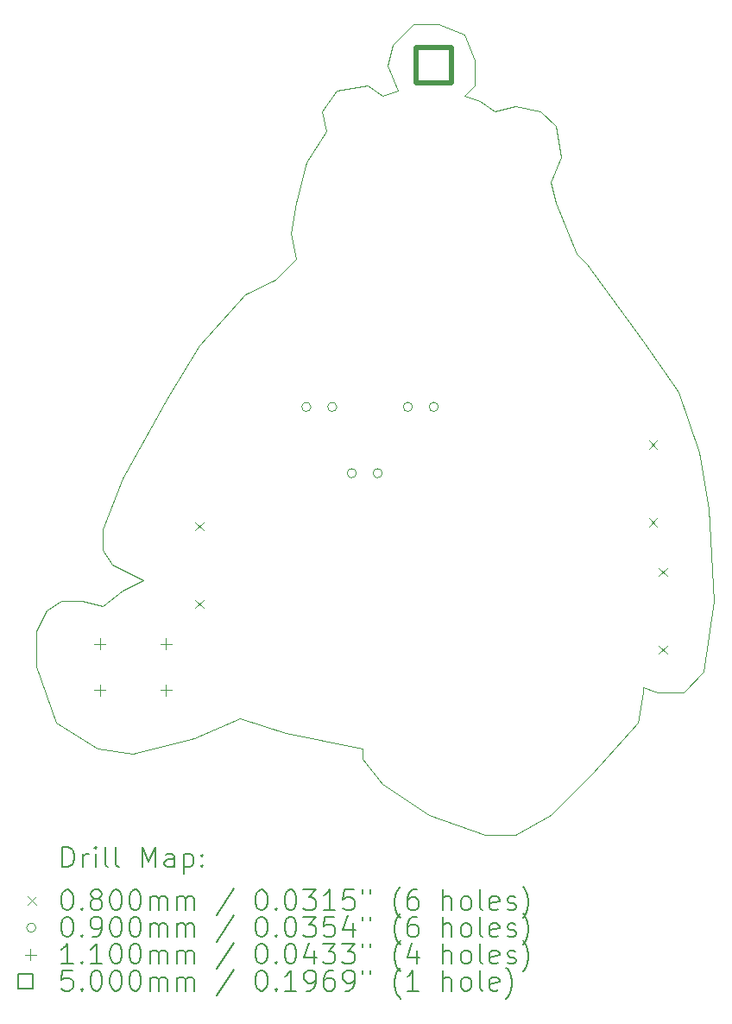
<source format=gbr>
%TF.GenerationSoftware,KiCad,Pcbnew,8.0.6*%
%TF.CreationDate,2025-05-21T14:19:44-04:00*%
%TF.ProjectId,DJUNGELSKOG Keychain,444a554e-4745-44c5-934b-4f47204b6579,rev?*%
%TF.SameCoordinates,Original*%
%TF.FileFunction,Drillmap*%
%TF.FilePolarity,Positive*%
%FSLAX45Y45*%
G04 Gerber Fmt 4.5, Leading zero omitted, Abs format (unit mm)*
G04 Created by KiCad (PCBNEW 8.0.6) date 2025-05-21 14:19:44*
%MOMM*%
%LPD*%
G01*
G04 APERTURE LIST*
%ADD10C,0.050000*%
%ADD11C,0.200000*%
%ADD12C,0.100000*%
%ADD13C,0.110000*%
%ADD14C,0.500000*%
G04 APERTURE END LIST*
D10*
X14900000Y-5850000D02*
X15000000Y-6100000D01*
X15000000Y-6350000D01*
X14900000Y-6450000D01*
X15050000Y-6500000D01*
X15200000Y-6600000D01*
X15400000Y-6550000D01*
X15650000Y-6600000D01*
X15800000Y-6750000D01*
X15850000Y-7050000D01*
X15750000Y-7300000D01*
X15800000Y-7500000D01*
X16000000Y-8000000D01*
X16100000Y-8100000D01*
X16650000Y-8850000D01*
X17000000Y-9350000D01*
X17200000Y-9950000D01*
X17300000Y-10500000D01*
X17350000Y-11400000D01*
X17250000Y-12100000D01*
X17050000Y-12300000D01*
X16800000Y-12300000D01*
X16650000Y-12250000D01*
X16650000Y-12300000D01*
X16600000Y-12600000D01*
X16150000Y-13100000D01*
X15750000Y-13500000D01*
X15400000Y-13700000D01*
X15100000Y-13700000D01*
X14550000Y-13500000D01*
X14100000Y-13200000D01*
X13900000Y-12950000D01*
X13900000Y-12850000D01*
X13150000Y-12700000D01*
X12700000Y-12550000D01*
X12250000Y-12750000D01*
X11650000Y-12900000D01*
X11300000Y-12850000D01*
X10900000Y-12600000D01*
X10700000Y-12050000D01*
X10700000Y-11700000D01*
X10800000Y-11500000D01*
X10950000Y-11400000D01*
X11150000Y-11400000D01*
X11350000Y-11450000D01*
X11550000Y-11300000D01*
X11750000Y-11200000D01*
X11450000Y-11050000D01*
X11350000Y-10900000D01*
X11350000Y-10700000D01*
X11550000Y-10200000D01*
X12000000Y-9400000D01*
X12300000Y-8900000D01*
X12750000Y-8400000D01*
X13050000Y-8250000D01*
X13250000Y-8050000D01*
X13200000Y-7800000D01*
X13250000Y-7500000D01*
X13350000Y-7100000D01*
X13550000Y-6800000D01*
X13500000Y-6600000D01*
X13650000Y-6400000D01*
X13950000Y-6350000D01*
X14100000Y-6450000D01*
X14250000Y-6400000D01*
X14150000Y-6150000D01*
X14200000Y-5950000D01*
X14400000Y-5750000D01*
X14650000Y-5750000D01*
X14900000Y-5850000D01*
D11*
D12*
X12260000Y-10629000D02*
X12340000Y-10709000D01*
X12340000Y-10629000D02*
X12260000Y-10709000D01*
X12260000Y-11391000D02*
X12340000Y-11471000D01*
X12340000Y-11391000D02*
X12260000Y-11471000D01*
X16710000Y-9829000D02*
X16790000Y-9909000D01*
X16790000Y-9829000D02*
X16710000Y-9909000D01*
X16710000Y-10591000D02*
X16790000Y-10671000D01*
X16790000Y-10591000D02*
X16710000Y-10671000D01*
X16810000Y-11079000D02*
X16890000Y-11159000D01*
X16890000Y-11079000D02*
X16810000Y-11159000D01*
X16810000Y-11841000D02*
X16890000Y-11921000D01*
X16890000Y-11841000D02*
X16810000Y-11921000D01*
X13395000Y-9500000D02*
G75*
G02*
X13305000Y-9500000I-45000J0D01*
G01*
X13305000Y-9500000D02*
G75*
G02*
X13395000Y-9500000I45000J0D01*
G01*
X13649000Y-9500000D02*
G75*
G02*
X13559000Y-9500000I-45000J0D01*
G01*
X13559000Y-9500000D02*
G75*
G02*
X13649000Y-9500000I45000J0D01*
G01*
X13841000Y-10150000D02*
G75*
G02*
X13751000Y-10150000I-45000J0D01*
G01*
X13751000Y-10150000D02*
G75*
G02*
X13841000Y-10150000I45000J0D01*
G01*
X14095000Y-10150000D02*
G75*
G02*
X14005000Y-10150000I-45000J0D01*
G01*
X14005000Y-10150000D02*
G75*
G02*
X14095000Y-10150000I45000J0D01*
G01*
X14391000Y-9500000D02*
G75*
G02*
X14301000Y-9500000I-45000J0D01*
G01*
X14301000Y-9500000D02*
G75*
G02*
X14391000Y-9500000I45000J0D01*
G01*
X14645000Y-9500000D02*
G75*
G02*
X14555000Y-9500000I-45000J0D01*
G01*
X14555000Y-9500000D02*
G75*
G02*
X14645000Y-9500000I45000J0D01*
G01*
D13*
X11325000Y-11770000D02*
X11325000Y-11880000D01*
X11270000Y-11825000D02*
X11380000Y-11825000D01*
X11325000Y-12220000D02*
X11325000Y-12330000D01*
X11270000Y-12275000D02*
X11380000Y-12275000D01*
X11975000Y-11770000D02*
X11975000Y-11880000D01*
X11920000Y-11825000D02*
X12030000Y-11825000D01*
X11975000Y-12220000D02*
X11975000Y-12330000D01*
X11920000Y-12275000D02*
X12030000Y-12275000D01*
D14*
X14776778Y-6326778D02*
X14776778Y-5973222D01*
X14423222Y-5973222D01*
X14423222Y-6326778D01*
X14776778Y-6326778D01*
D11*
X10958277Y-14013984D02*
X10958277Y-13813984D01*
X10958277Y-13813984D02*
X11005896Y-13813984D01*
X11005896Y-13813984D02*
X11034467Y-13823508D01*
X11034467Y-13823508D02*
X11053515Y-13842555D01*
X11053515Y-13842555D02*
X11063039Y-13861603D01*
X11063039Y-13861603D02*
X11072563Y-13899698D01*
X11072563Y-13899698D02*
X11072563Y-13928269D01*
X11072563Y-13928269D02*
X11063039Y-13966365D01*
X11063039Y-13966365D02*
X11053515Y-13985412D01*
X11053515Y-13985412D02*
X11034467Y-14004460D01*
X11034467Y-14004460D02*
X11005896Y-14013984D01*
X11005896Y-14013984D02*
X10958277Y-14013984D01*
X11158277Y-14013984D02*
X11158277Y-13880650D01*
X11158277Y-13918746D02*
X11167801Y-13899698D01*
X11167801Y-13899698D02*
X11177324Y-13890174D01*
X11177324Y-13890174D02*
X11196372Y-13880650D01*
X11196372Y-13880650D02*
X11215420Y-13880650D01*
X11282086Y-14013984D02*
X11282086Y-13880650D01*
X11282086Y-13813984D02*
X11272562Y-13823508D01*
X11272562Y-13823508D02*
X11282086Y-13833031D01*
X11282086Y-13833031D02*
X11291610Y-13823508D01*
X11291610Y-13823508D02*
X11282086Y-13813984D01*
X11282086Y-13813984D02*
X11282086Y-13833031D01*
X11405896Y-14013984D02*
X11386848Y-14004460D01*
X11386848Y-14004460D02*
X11377324Y-13985412D01*
X11377324Y-13985412D02*
X11377324Y-13813984D01*
X11510658Y-14013984D02*
X11491610Y-14004460D01*
X11491610Y-14004460D02*
X11482086Y-13985412D01*
X11482086Y-13985412D02*
X11482086Y-13813984D01*
X11739229Y-14013984D02*
X11739229Y-13813984D01*
X11739229Y-13813984D02*
X11805896Y-13956841D01*
X11805896Y-13956841D02*
X11872562Y-13813984D01*
X11872562Y-13813984D02*
X11872562Y-14013984D01*
X12053515Y-14013984D02*
X12053515Y-13909222D01*
X12053515Y-13909222D02*
X12043991Y-13890174D01*
X12043991Y-13890174D02*
X12024943Y-13880650D01*
X12024943Y-13880650D02*
X11986848Y-13880650D01*
X11986848Y-13880650D02*
X11967801Y-13890174D01*
X12053515Y-14004460D02*
X12034467Y-14013984D01*
X12034467Y-14013984D02*
X11986848Y-14013984D01*
X11986848Y-14013984D02*
X11967801Y-14004460D01*
X11967801Y-14004460D02*
X11958277Y-13985412D01*
X11958277Y-13985412D02*
X11958277Y-13966365D01*
X11958277Y-13966365D02*
X11967801Y-13947317D01*
X11967801Y-13947317D02*
X11986848Y-13937793D01*
X11986848Y-13937793D02*
X12034467Y-13937793D01*
X12034467Y-13937793D02*
X12053515Y-13928269D01*
X12148753Y-13880650D02*
X12148753Y-14080650D01*
X12148753Y-13890174D02*
X12167801Y-13880650D01*
X12167801Y-13880650D02*
X12205896Y-13880650D01*
X12205896Y-13880650D02*
X12224943Y-13890174D01*
X12224943Y-13890174D02*
X12234467Y-13899698D01*
X12234467Y-13899698D02*
X12243991Y-13918746D01*
X12243991Y-13918746D02*
X12243991Y-13975888D01*
X12243991Y-13975888D02*
X12234467Y-13994936D01*
X12234467Y-13994936D02*
X12224943Y-14004460D01*
X12224943Y-14004460D02*
X12205896Y-14013984D01*
X12205896Y-14013984D02*
X12167801Y-14013984D01*
X12167801Y-14013984D02*
X12148753Y-14004460D01*
X12329705Y-13994936D02*
X12339229Y-14004460D01*
X12339229Y-14004460D02*
X12329705Y-14013984D01*
X12329705Y-14013984D02*
X12320182Y-14004460D01*
X12320182Y-14004460D02*
X12329705Y-13994936D01*
X12329705Y-13994936D02*
X12329705Y-14013984D01*
X12329705Y-13890174D02*
X12339229Y-13899698D01*
X12339229Y-13899698D02*
X12329705Y-13909222D01*
X12329705Y-13909222D02*
X12320182Y-13899698D01*
X12320182Y-13899698D02*
X12329705Y-13890174D01*
X12329705Y-13890174D02*
X12329705Y-13909222D01*
D12*
X10617500Y-14302500D02*
X10697500Y-14382500D01*
X10697500Y-14302500D02*
X10617500Y-14382500D01*
D11*
X10996372Y-14233984D02*
X11015420Y-14233984D01*
X11015420Y-14233984D02*
X11034467Y-14243508D01*
X11034467Y-14243508D02*
X11043991Y-14253031D01*
X11043991Y-14253031D02*
X11053515Y-14272079D01*
X11053515Y-14272079D02*
X11063039Y-14310174D01*
X11063039Y-14310174D02*
X11063039Y-14357793D01*
X11063039Y-14357793D02*
X11053515Y-14395888D01*
X11053515Y-14395888D02*
X11043991Y-14414936D01*
X11043991Y-14414936D02*
X11034467Y-14424460D01*
X11034467Y-14424460D02*
X11015420Y-14433984D01*
X11015420Y-14433984D02*
X10996372Y-14433984D01*
X10996372Y-14433984D02*
X10977324Y-14424460D01*
X10977324Y-14424460D02*
X10967801Y-14414936D01*
X10967801Y-14414936D02*
X10958277Y-14395888D01*
X10958277Y-14395888D02*
X10948753Y-14357793D01*
X10948753Y-14357793D02*
X10948753Y-14310174D01*
X10948753Y-14310174D02*
X10958277Y-14272079D01*
X10958277Y-14272079D02*
X10967801Y-14253031D01*
X10967801Y-14253031D02*
X10977324Y-14243508D01*
X10977324Y-14243508D02*
X10996372Y-14233984D01*
X11148753Y-14414936D02*
X11158277Y-14424460D01*
X11158277Y-14424460D02*
X11148753Y-14433984D01*
X11148753Y-14433984D02*
X11139229Y-14424460D01*
X11139229Y-14424460D02*
X11148753Y-14414936D01*
X11148753Y-14414936D02*
X11148753Y-14433984D01*
X11272562Y-14319698D02*
X11253515Y-14310174D01*
X11253515Y-14310174D02*
X11243991Y-14300650D01*
X11243991Y-14300650D02*
X11234467Y-14281603D01*
X11234467Y-14281603D02*
X11234467Y-14272079D01*
X11234467Y-14272079D02*
X11243991Y-14253031D01*
X11243991Y-14253031D02*
X11253515Y-14243508D01*
X11253515Y-14243508D02*
X11272562Y-14233984D01*
X11272562Y-14233984D02*
X11310658Y-14233984D01*
X11310658Y-14233984D02*
X11329705Y-14243508D01*
X11329705Y-14243508D02*
X11339229Y-14253031D01*
X11339229Y-14253031D02*
X11348753Y-14272079D01*
X11348753Y-14272079D02*
X11348753Y-14281603D01*
X11348753Y-14281603D02*
X11339229Y-14300650D01*
X11339229Y-14300650D02*
X11329705Y-14310174D01*
X11329705Y-14310174D02*
X11310658Y-14319698D01*
X11310658Y-14319698D02*
X11272562Y-14319698D01*
X11272562Y-14319698D02*
X11253515Y-14329222D01*
X11253515Y-14329222D02*
X11243991Y-14338746D01*
X11243991Y-14338746D02*
X11234467Y-14357793D01*
X11234467Y-14357793D02*
X11234467Y-14395888D01*
X11234467Y-14395888D02*
X11243991Y-14414936D01*
X11243991Y-14414936D02*
X11253515Y-14424460D01*
X11253515Y-14424460D02*
X11272562Y-14433984D01*
X11272562Y-14433984D02*
X11310658Y-14433984D01*
X11310658Y-14433984D02*
X11329705Y-14424460D01*
X11329705Y-14424460D02*
X11339229Y-14414936D01*
X11339229Y-14414936D02*
X11348753Y-14395888D01*
X11348753Y-14395888D02*
X11348753Y-14357793D01*
X11348753Y-14357793D02*
X11339229Y-14338746D01*
X11339229Y-14338746D02*
X11329705Y-14329222D01*
X11329705Y-14329222D02*
X11310658Y-14319698D01*
X11472562Y-14233984D02*
X11491610Y-14233984D01*
X11491610Y-14233984D02*
X11510658Y-14243508D01*
X11510658Y-14243508D02*
X11520182Y-14253031D01*
X11520182Y-14253031D02*
X11529705Y-14272079D01*
X11529705Y-14272079D02*
X11539229Y-14310174D01*
X11539229Y-14310174D02*
X11539229Y-14357793D01*
X11539229Y-14357793D02*
X11529705Y-14395888D01*
X11529705Y-14395888D02*
X11520182Y-14414936D01*
X11520182Y-14414936D02*
X11510658Y-14424460D01*
X11510658Y-14424460D02*
X11491610Y-14433984D01*
X11491610Y-14433984D02*
X11472562Y-14433984D01*
X11472562Y-14433984D02*
X11453515Y-14424460D01*
X11453515Y-14424460D02*
X11443991Y-14414936D01*
X11443991Y-14414936D02*
X11434467Y-14395888D01*
X11434467Y-14395888D02*
X11424943Y-14357793D01*
X11424943Y-14357793D02*
X11424943Y-14310174D01*
X11424943Y-14310174D02*
X11434467Y-14272079D01*
X11434467Y-14272079D02*
X11443991Y-14253031D01*
X11443991Y-14253031D02*
X11453515Y-14243508D01*
X11453515Y-14243508D02*
X11472562Y-14233984D01*
X11663039Y-14233984D02*
X11682086Y-14233984D01*
X11682086Y-14233984D02*
X11701134Y-14243508D01*
X11701134Y-14243508D02*
X11710658Y-14253031D01*
X11710658Y-14253031D02*
X11720182Y-14272079D01*
X11720182Y-14272079D02*
X11729705Y-14310174D01*
X11729705Y-14310174D02*
X11729705Y-14357793D01*
X11729705Y-14357793D02*
X11720182Y-14395888D01*
X11720182Y-14395888D02*
X11710658Y-14414936D01*
X11710658Y-14414936D02*
X11701134Y-14424460D01*
X11701134Y-14424460D02*
X11682086Y-14433984D01*
X11682086Y-14433984D02*
X11663039Y-14433984D01*
X11663039Y-14433984D02*
X11643991Y-14424460D01*
X11643991Y-14424460D02*
X11634467Y-14414936D01*
X11634467Y-14414936D02*
X11624943Y-14395888D01*
X11624943Y-14395888D02*
X11615420Y-14357793D01*
X11615420Y-14357793D02*
X11615420Y-14310174D01*
X11615420Y-14310174D02*
X11624943Y-14272079D01*
X11624943Y-14272079D02*
X11634467Y-14253031D01*
X11634467Y-14253031D02*
X11643991Y-14243508D01*
X11643991Y-14243508D02*
X11663039Y-14233984D01*
X11815420Y-14433984D02*
X11815420Y-14300650D01*
X11815420Y-14319698D02*
X11824943Y-14310174D01*
X11824943Y-14310174D02*
X11843991Y-14300650D01*
X11843991Y-14300650D02*
X11872563Y-14300650D01*
X11872563Y-14300650D02*
X11891610Y-14310174D01*
X11891610Y-14310174D02*
X11901134Y-14329222D01*
X11901134Y-14329222D02*
X11901134Y-14433984D01*
X11901134Y-14329222D02*
X11910658Y-14310174D01*
X11910658Y-14310174D02*
X11929705Y-14300650D01*
X11929705Y-14300650D02*
X11958277Y-14300650D01*
X11958277Y-14300650D02*
X11977324Y-14310174D01*
X11977324Y-14310174D02*
X11986848Y-14329222D01*
X11986848Y-14329222D02*
X11986848Y-14433984D01*
X12082086Y-14433984D02*
X12082086Y-14300650D01*
X12082086Y-14319698D02*
X12091610Y-14310174D01*
X12091610Y-14310174D02*
X12110658Y-14300650D01*
X12110658Y-14300650D02*
X12139229Y-14300650D01*
X12139229Y-14300650D02*
X12158277Y-14310174D01*
X12158277Y-14310174D02*
X12167801Y-14329222D01*
X12167801Y-14329222D02*
X12167801Y-14433984D01*
X12167801Y-14329222D02*
X12177324Y-14310174D01*
X12177324Y-14310174D02*
X12196372Y-14300650D01*
X12196372Y-14300650D02*
X12224943Y-14300650D01*
X12224943Y-14300650D02*
X12243991Y-14310174D01*
X12243991Y-14310174D02*
X12253515Y-14329222D01*
X12253515Y-14329222D02*
X12253515Y-14433984D01*
X12643991Y-14224460D02*
X12472563Y-14481603D01*
X12901134Y-14233984D02*
X12920182Y-14233984D01*
X12920182Y-14233984D02*
X12939229Y-14243508D01*
X12939229Y-14243508D02*
X12948753Y-14253031D01*
X12948753Y-14253031D02*
X12958277Y-14272079D01*
X12958277Y-14272079D02*
X12967801Y-14310174D01*
X12967801Y-14310174D02*
X12967801Y-14357793D01*
X12967801Y-14357793D02*
X12958277Y-14395888D01*
X12958277Y-14395888D02*
X12948753Y-14414936D01*
X12948753Y-14414936D02*
X12939229Y-14424460D01*
X12939229Y-14424460D02*
X12920182Y-14433984D01*
X12920182Y-14433984D02*
X12901134Y-14433984D01*
X12901134Y-14433984D02*
X12882086Y-14424460D01*
X12882086Y-14424460D02*
X12872563Y-14414936D01*
X12872563Y-14414936D02*
X12863039Y-14395888D01*
X12863039Y-14395888D02*
X12853515Y-14357793D01*
X12853515Y-14357793D02*
X12853515Y-14310174D01*
X12853515Y-14310174D02*
X12863039Y-14272079D01*
X12863039Y-14272079D02*
X12872563Y-14253031D01*
X12872563Y-14253031D02*
X12882086Y-14243508D01*
X12882086Y-14243508D02*
X12901134Y-14233984D01*
X13053515Y-14414936D02*
X13063039Y-14424460D01*
X13063039Y-14424460D02*
X13053515Y-14433984D01*
X13053515Y-14433984D02*
X13043991Y-14424460D01*
X13043991Y-14424460D02*
X13053515Y-14414936D01*
X13053515Y-14414936D02*
X13053515Y-14433984D01*
X13186848Y-14233984D02*
X13205896Y-14233984D01*
X13205896Y-14233984D02*
X13224944Y-14243508D01*
X13224944Y-14243508D02*
X13234467Y-14253031D01*
X13234467Y-14253031D02*
X13243991Y-14272079D01*
X13243991Y-14272079D02*
X13253515Y-14310174D01*
X13253515Y-14310174D02*
X13253515Y-14357793D01*
X13253515Y-14357793D02*
X13243991Y-14395888D01*
X13243991Y-14395888D02*
X13234467Y-14414936D01*
X13234467Y-14414936D02*
X13224944Y-14424460D01*
X13224944Y-14424460D02*
X13205896Y-14433984D01*
X13205896Y-14433984D02*
X13186848Y-14433984D01*
X13186848Y-14433984D02*
X13167801Y-14424460D01*
X13167801Y-14424460D02*
X13158277Y-14414936D01*
X13158277Y-14414936D02*
X13148753Y-14395888D01*
X13148753Y-14395888D02*
X13139229Y-14357793D01*
X13139229Y-14357793D02*
X13139229Y-14310174D01*
X13139229Y-14310174D02*
X13148753Y-14272079D01*
X13148753Y-14272079D02*
X13158277Y-14253031D01*
X13158277Y-14253031D02*
X13167801Y-14243508D01*
X13167801Y-14243508D02*
X13186848Y-14233984D01*
X13320182Y-14233984D02*
X13443991Y-14233984D01*
X13443991Y-14233984D02*
X13377325Y-14310174D01*
X13377325Y-14310174D02*
X13405896Y-14310174D01*
X13405896Y-14310174D02*
X13424944Y-14319698D01*
X13424944Y-14319698D02*
X13434467Y-14329222D01*
X13434467Y-14329222D02*
X13443991Y-14348269D01*
X13443991Y-14348269D02*
X13443991Y-14395888D01*
X13443991Y-14395888D02*
X13434467Y-14414936D01*
X13434467Y-14414936D02*
X13424944Y-14424460D01*
X13424944Y-14424460D02*
X13405896Y-14433984D01*
X13405896Y-14433984D02*
X13348753Y-14433984D01*
X13348753Y-14433984D02*
X13329706Y-14424460D01*
X13329706Y-14424460D02*
X13320182Y-14414936D01*
X13634467Y-14433984D02*
X13520182Y-14433984D01*
X13577325Y-14433984D02*
X13577325Y-14233984D01*
X13577325Y-14233984D02*
X13558277Y-14262555D01*
X13558277Y-14262555D02*
X13539229Y-14281603D01*
X13539229Y-14281603D02*
X13520182Y-14291127D01*
X13815420Y-14233984D02*
X13720182Y-14233984D01*
X13720182Y-14233984D02*
X13710658Y-14329222D01*
X13710658Y-14329222D02*
X13720182Y-14319698D01*
X13720182Y-14319698D02*
X13739229Y-14310174D01*
X13739229Y-14310174D02*
X13786848Y-14310174D01*
X13786848Y-14310174D02*
X13805896Y-14319698D01*
X13805896Y-14319698D02*
X13815420Y-14329222D01*
X13815420Y-14329222D02*
X13824944Y-14348269D01*
X13824944Y-14348269D02*
X13824944Y-14395888D01*
X13824944Y-14395888D02*
X13815420Y-14414936D01*
X13815420Y-14414936D02*
X13805896Y-14424460D01*
X13805896Y-14424460D02*
X13786848Y-14433984D01*
X13786848Y-14433984D02*
X13739229Y-14433984D01*
X13739229Y-14433984D02*
X13720182Y-14424460D01*
X13720182Y-14424460D02*
X13710658Y-14414936D01*
X13901134Y-14233984D02*
X13901134Y-14272079D01*
X13977325Y-14233984D02*
X13977325Y-14272079D01*
X14272563Y-14510174D02*
X14263039Y-14500650D01*
X14263039Y-14500650D02*
X14243991Y-14472079D01*
X14243991Y-14472079D02*
X14234468Y-14453031D01*
X14234468Y-14453031D02*
X14224944Y-14424460D01*
X14224944Y-14424460D02*
X14215420Y-14376841D01*
X14215420Y-14376841D02*
X14215420Y-14338746D01*
X14215420Y-14338746D02*
X14224944Y-14291127D01*
X14224944Y-14291127D02*
X14234468Y-14262555D01*
X14234468Y-14262555D02*
X14243991Y-14243508D01*
X14243991Y-14243508D02*
X14263039Y-14214936D01*
X14263039Y-14214936D02*
X14272563Y-14205412D01*
X14434468Y-14233984D02*
X14396372Y-14233984D01*
X14396372Y-14233984D02*
X14377325Y-14243508D01*
X14377325Y-14243508D02*
X14367801Y-14253031D01*
X14367801Y-14253031D02*
X14348753Y-14281603D01*
X14348753Y-14281603D02*
X14339229Y-14319698D01*
X14339229Y-14319698D02*
X14339229Y-14395888D01*
X14339229Y-14395888D02*
X14348753Y-14414936D01*
X14348753Y-14414936D02*
X14358277Y-14424460D01*
X14358277Y-14424460D02*
X14377325Y-14433984D01*
X14377325Y-14433984D02*
X14415420Y-14433984D01*
X14415420Y-14433984D02*
X14434468Y-14424460D01*
X14434468Y-14424460D02*
X14443991Y-14414936D01*
X14443991Y-14414936D02*
X14453515Y-14395888D01*
X14453515Y-14395888D02*
X14453515Y-14348269D01*
X14453515Y-14348269D02*
X14443991Y-14329222D01*
X14443991Y-14329222D02*
X14434468Y-14319698D01*
X14434468Y-14319698D02*
X14415420Y-14310174D01*
X14415420Y-14310174D02*
X14377325Y-14310174D01*
X14377325Y-14310174D02*
X14358277Y-14319698D01*
X14358277Y-14319698D02*
X14348753Y-14329222D01*
X14348753Y-14329222D02*
X14339229Y-14348269D01*
X14691610Y-14433984D02*
X14691610Y-14233984D01*
X14777325Y-14433984D02*
X14777325Y-14329222D01*
X14777325Y-14329222D02*
X14767801Y-14310174D01*
X14767801Y-14310174D02*
X14748753Y-14300650D01*
X14748753Y-14300650D02*
X14720182Y-14300650D01*
X14720182Y-14300650D02*
X14701134Y-14310174D01*
X14701134Y-14310174D02*
X14691610Y-14319698D01*
X14901134Y-14433984D02*
X14882087Y-14424460D01*
X14882087Y-14424460D02*
X14872563Y-14414936D01*
X14872563Y-14414936D02*
X14863039Y-14395888D01*
X14863039Y-14395888D02*
X14863039Y-14338746D01*
X14863039Y-14338746D02*
X14872563Y-14319698D01*
X14872563Y-14319698D02*
X14882087Y-14310174D01*
X14882087Y-14310174D02*
X14901134Y-14300650D01*
X14901134Y-14300650D02*
X14929706Y-14300650D01*
X14929706Y-14300650D02*
X14948753Y-14310174D01*
X14948753Y-14310174D02*
X14958277Y-14319698D01*
X14958277Y-14319698D02*
X14967801Y-14338746D01*
X14967801Y-14338746D02*
X14967801Y-14395888D01*
X14967801Y-14395888D02*
X14958277Y-14414936D01*
X14958277Y-14414936D02*
X14948753Y-14424460D01*
X14948753Y-14424460D02*
X14929706Y-14433984D01*
X14929706Y-14433984D02*
X14901134Y-14433984D01*
X15082087Y-14433984D02*
X15063039Y-14424460D01*
X15063039Y-14424460D02*
X15053515Y-14405412D01*
X15053515Y-14405412D02*
X15053515Y-14233984D01*
X15234468Y-14424460D02*
X15215420Y-14433984D01*
X15215420Y-14433984D02*
X15177325Y-14433984D01*
X15177325Y-14433984D02*
X15158277Y-14424460D01*
X15158277Y-14424460D02*
X15148753Y-14405412D01*
X15148753Y-14405412D02*
X15148753Y-14329222D01*
X15148753Y-14329222D02*
X15158277Y-14310174D01*
X15158277Y-14310174D02*
X15177325Y-14300650D01*
X15177325Y-14300650D02*
X15215420Y-14300650D01*
X15215420Y-14300650D02*
X15234468Y-14310174D01*
X15234468Y-14310174D02*
X15243991Y-14329222D01*
X15243991Y-14329222D02*
X15243991Y-14348269D01*
X15243991Y-14348269D02*
X15148753Y-14367317D01*
X15320182Y-14424460D02*
X15339230Y-14433984D01*
X15339230Y-14433984D02*
X15377325Y-14433984D01*
X15377325Y-14433984D02*
X15396372Y-14424460D01*
X15396372Y-14424460D02*
X15405896Y-14405412D01*
X15405896Y-14405412D02*
X15405896Y-14395888D01*
X15405896Y-14395888D02*
X15396372Y-14376841D01*
X15396372Y-14376841D02*
X15377325Y-14367317D01*
X15377325Y-14367317D02*
X15348753Y-14367317D01*
X15348753Y-14367317D02*
X15329706Y-14357793D01*
X15329706Y-14357793D02*
X15320182Y-14338746D01*
X15320182Y-14338746D02*
X15320182Y-14329222D01*
X15320182Y-14329222D02*
X15329706Y-14310174D01*
X15329706Y-14310174D02*
X15348753Y-14300650D01*
X15348753Y-14300650D02*
X15377325Y-14300650D01*
X15377325Y-14300650D02*
X15396372Y-14310174D01*
X15472563Y-14510174D02*
X15482087Y-14500650D01*
X15482087Y-14500650D02*
X15501134Y-14472079D01*
X15501134Y-14472079D02*
X15510658Y-14453031D01*
X15510658Y-14453031D02*
X15520182Y-14424460D01*
X15520182Y-14424460D02*
X15529706Y-14376841D01*
X15529706Y-14376841D02*
X15529706Y-14338746D01*
X15529706Y-14338746D02*
X15520182Y-14291127D01*
X15520182Y-14291127D02*
X15510658Y-14262555D01*
X15510658Y-14262555D02*
X15501134Y-14243508D01*
X15501134Y-14243508D02*
X15482087Y-14214936D01*
X15482087Y-14214936D02*
X15472563Y-14205412D01*
D12*
X10697500Y-14606500D02*
G75*
G02*
X10607500Y-14606500I-45000J0D01*
G01*
X10607500Y-14606500D02*
G75*
G02*
X10697500Y-14606500I45000J0D01*
G01*
D11*
X10996372Y-14497984D02*
X11015420Y-14497984D01*
X11015420Y-14497984D02*
X11034467Y-14507508D01*
X11034467Y-14507508D02*
X11043991Y-14517031D01*
X11043991Y-14517031D02*
X11053515Y-14536079D01*
X11053515Y-14536079D02*
X11063039Y-14574174D01*
X11063039Y-14574174D02*
X11063039Y-14621793D01*
X11063039Y-14621793D02*
X11053515Y-14659888D01*
X11053515Y-14659888D02*
X11043991Y-14678936D01*
X11043991Y-14678936D02*
X11034467Y-14688460D01*
X11034467Y-14688460D02*
X11015420Y-14697984D01*
X11015420Y-14697984D02*
X10996372Y-14697984D01*
X10996372Y-14697984D02*
X10977324Y-14688460D01*
X10977324Y-14688460D02*
X10967801Y-14678936D01*
X10967801Y-14678936D02*
X10958277Y-14659888D01*
X10958277Y-14659888D02*
X10948753Y-14621793D01*
X10948753Y-14621793D02*
X10948753Y-14574174D01*
X10948753Y-14574174D02*
X10958277Y-14536079D01*
X10958277Y-14536079D02*
X10967801Y-14517031D01*
X10967801Y-14517031D02*
X10977324Y-14507508D01*
X10977324Y-14507508D02*
X10996372Y-14497984D01*
X11148753Y-14678936D02*
X11158277Y-14688460D01*
X11158277Y-14688460D02*
X11148753Y-14697984D01*
X11148753Y-14697984D02*
X11139229Y-14688460D01*
X11139229Y-14688460D02*
X11148753Y-14678936D01*
X11148753Y-14678936D02*
X11148753Y-14697984D01*
X11253515Y-14697984D02*
X11291610Y-14697984D01*
X11291610Y-14697984D02*
X11310658Y-14688460D01*
X11310658Y-14688460D02*
X11320182Y-14678936D01*
X11320182Y-14678936D02*
X11339229Y-14650365D01*
X11339229Y-14650365D02*
X11348753Y-14612269D01*
X11348753Y-14612269D02*
X11348753Y-14536079D01*
X11348753Y-14536079D02*
X11339229Y-14517031D01*
X11339229Y-14517031D02*
X11329705Y-14507508D01*
X11329705Y-14507508D02*
X11310658Y-14497984D01*
X11310658Y-14497984D02*
X11272562Y-14497984D01*
X11272562Y-14497984D02*
X11253515Y-14507508D01*
X11253515Y-14507508D02*
X11243991Y-14517031D01*
X11243991Y-14517031D02*
X11234467Y-14536079D01*
X11234467Y-14536079D02*
X11234467Y-14583698D01*
X11234467Y-14583698D02*
X11243991Y-14602746D01*
X11243991Y-14602746D02*
X11253515Y-14612269D01*
X11253515Y-14612269D02*
X11272562Y-14621793D01*
X11272562Y-14621793D02*
X11310658Y-14621793D01*
X11310658Y-14621793D02*
X11329705Y-14612269D01*
X11329705Y-14612269D02*
X11339229Y-14602746D01*
X11339229Y-14602746D02*
X11348753Y-14583698D01*
X11472562Y-14497984D02*
X11491610Y-14497984D01*
X11491610Y-14497984D02*
X11510658Y-14507508D01*
X11510658Y-14507508D02*
X11520182Y-14517031D01*
X11520182Y-14517031D02*
X11529705Y-14536079D01*
X11529705Y-14536079D02*
X11539229Y-14574174D01*
X11539229Y-14574174D02*
X11539229Y-14621793D01*
X11539229Y-14621793D02*
X11529705Y-14659888D01*
X11529705Y-14659888D02*
X11520182Y-14678936D01*
X11520182Y-14678936D02*
X11510658Y-14688460D01*
X11510658Y-14688460D02*
X11491610Y-14697984D01*
X11491610Y-14697984D02*
X11472562Y-14697984D01*
X11472562Y-14697984D02*
X11453515Y-14688460D01*
X11453515Y-14688460D02*
X11443991Y-14678936D01*
X11443991Y-14678936D02*
X11434467Y-14659888D01*
X11434467Y-14659888D02*
X11424943Y-14621793D01*
X11424943Y-14621793D02*
X11424943Y-14574174D01*
X11424943Y-14574174D02*
X11434467Y-14536079D01*
X11434467Y-14536079D02*
X11443991Y-14517031D01*
X11443991Y-14517031D02*
X11453515Y-14507508D01*
X11453515Y-14507508D02*
X11472562Y-14497984D01*
X11663039Y-14497984D02*
X11682086Y-14497984D01*
X11682086Y-14497984D02*
X11701134Y-14507508D01*
X11701134Y-14507508D02*
X11710658Y-14517031D01*
X11710658Y-14517031D02*
X11720182Y-14536079D01*
X11720182Y-14536079D02*
X11729705Y-14574174D01*
X11729705Y-14574174D02*
X11729705Y-14621793D01*
X11729705Y-14621793D02*
X11720182Y-14659888D01*
X11720182Y-14659888D02*
X11710658Y-14678936D01*
X11710658Y-14678936D02*
X11701134Y-14688460D01*
X11701134Y-14688460D02*
X11682086Y-14697984D01*
X11682086Y-14697984D02*
X11663039Y-14697984D01*
X11663039Y-14697984D02*
X11643991Y-14688460D01*
X11643991Y-14688460D02*
X11634467Y-14678936D01*
X11634467Y-14678936D02*
X11624943Y-14659888D01*
X11624943Y-14659888D02*
X11615420Y-14621793D01*
X11615420Y-14621793D02*
X11615420Y-14574174D01*
X11615420Y-14574174D02*
X11624943Y-14536079D01*
X11624943Y-14536079D02*
X11634467Y-14517031D01*
X11634467Y-14517031D02*
X11643991Y-14507508D01*
X11643991Y-14507508D02*
X11663039Y-14497984D01*
X11815420Y-14697984D02*
X11815420Y-14564650D01*
X11815420Y-14583698D02*
X11824943Y-14574174D01*
X11824943Y-14574174D02*
X11843991Y-14564650D01*
X11843991Y-14564650D02*
X11872563Y-14564650D01*
X11872563Y-14564650D02*
X11891610Y-14574174D01*
X11891610Y-14574174D02*
X11901134Y-14593222D01*
X11901134Y-14593222D02*
X11901134Y-14697984D01*
X11901134Y-14593222D02*
X11910658Y-14574174D01*
X11910658Y-14574174D02*
X11929705Y-14564650D01*
X11929705Y-14564650D02*
X11958277Y-14564650D01*
X11958277Y-14564650D02*
X11977324Y-14574174D01*
X11977324Y-14574174D02*
X11986848Y-14593222D01*
X11986848Y-14593222D02*
X11986848Y-14697984D01*
X12082086Y-14697984D02*
X12082086Y-14564650D01*
X12082086Y-14583698D02*
X12091610Y-14574174D01*
X12091610Y-14574174D02*
X12110658Y-14564650D01*
X12110658Y-14564650D02*
X12139229Y-14564650D01*
X12139229Y-14564650D02*
X12158277Y-14574174D01*
X12158277Y-14574174D02*
X12167801Y-14593222D01*
X12167801Y-14593222D02*
X12167801Y-14697984D01*
X12167801Y-14593222D02*
X12177324Y-14574174D01*
X12177324Y-14574174D02*
X12196372Y-14564650D01*
X12196372Y-14564650D02*
X12224943Y-14564650D01*
X12224943Y-14564650D02*
X12243991Y-14574174D01*
X12243991Y-14574174D02*
X12253515Y-14593222D01*
X12253515Y-14593222D02*
X12253515Y-14697984D01*
X12643991Y-14488460D02*
X12472563Y-14745603D01*
X12901134Y-14497984D02*
X12920182Y-14497984D01*
X12920182Y-14497984D02*
X12939229Y-14507508D01*
X12939229Y-14507508D02*
X12948753Y-14517031D01*
X12948753Y-14517031D02*
X12958277Y-14536079D01*
X12958277Y-14536079D02*
X12967801Y-14574174D01*
X12967801Y-14574174D02*
X12967801Y-14621793D01*
X12967801Y-14621793D02*
X12958277Y-14659888D01*
X12958277Y-14659888D02*
X12948753Y-14678936D01*
X12948753Y-14678936D02*
X12939229Y-14688460D01*
X12939229Y-14688460D02*
X12920182Y-14697984D01*
X12920182Y-14697984D02*
X12901134Y-14697984D01*
X12901134Y-14697984D02*
X12882086Y-14688460D01*
X12882086Y-14688460D02*
X12872563Y-14678936D01*
X12872563Y-14678936D02*
X12863039Y-14659888D01*
X12863039Y-14659888D02*
X12853515Y-14621793D01*
X12853515Y-14621793D02*
X12853515Y-14574174D01*
X12853515Y-14574174D02*
X12863039Y-14536079D01*
X12863039Y-14536079D02*
X12872563Y-14517031D01*
X12872563Y-14517031D02*
X12882086Y-14507508D01*
X12882086Y-14507508D02*
X12901134Y-14497984D01*
X13053515Y-14678936D02*
X13063039Y-14688460D01*
X13063039Y-14688460D02*
X13053515Y-14697984D01*
X13053515Y-14697984D02*
X13043991Y-14688460D01*
X13043991Y-14688460D02*
X13053515Y-14678936D01*
X13053515Y-14678936D02*
X13053515Y-14697984D01*
X13186848Y-14497984D02*
X13205896Y-14497984D01*
X13205896Y-14497984D02*
X13224944Y-14507508D01*
X13224944Y-14507508D02*
X13234467Y-14517031D01*
X13234467Y-14517031D02*
X13243991Y-14536079D01*
X13243991Y-14536079D02*
X13253515Y-14574174D01*
X13253515Y-14574174D02*
X13253515Y-14621793D01*
X13253515Y-14621793D02*
X13243991Y-14659888D01*
X13243991Y-14659888D02*
X13234467Y-14678936D01*
X13234467Y-14678936D02*
X13224944Y-14688460D01*
X13224944Y-14688460D02*
X13205896Y-14697984D01*
X13205896Y-14697984D02*
X13186848Y-14697984D01*
X13186848Y-14697984D02*
X13167801Y-14688460D01*
X13167801Y-14688460D02*
X13158277Y-14678936D01*
X13158277Y-14678936D02*
X13148753Y-14659888D01*
X13148753Y-14659888D02*
X13139229Y-14621793D01*
X13139229Y-14621793D02*
X13139229Y-14574174D01*
X13139229Y-14574174D02*
X13148753Y-14536079D01*
X13148753Y-14536079D02*
X13158277Y-14517031D01*
X13158277Y-14517031D02*
X13167801Y-14507508D01*
X13167801Y-14507508D02*
X13186848Y-14497984D01*
X13320182Y-14497984D02*
X13443991Y-14497984D01*
X13443991Y-14497984D02*
X13377325Y-14574174D01*
X13377325Y-14574174D02*
X13405896Y-14574174D01*
X13405896Y-14574174D02*
X13424944Y-14583698D01*
X13424944Y-14583698D02*
X13434467Y-14593222D01*
X13434467Y-14593222D02*
X13443991Y-14612269D01*
X13443991Y-14612269D02*
X13443991Y-14659888D01*
X13443991Y-14659888D02*
X13434467Y-14678936D01*
X13434467Y-14678936D02*
X13424944Y-14688460D01*
X13424944Y-14688460D02*
X13405896Y-14697984D01*
X13405896Y-14697984D02*
X13348753Y-14697984D01*
X13348753Y-14697984D02*
X13329706Y-14688460D01*
X13329706Y-14688460D02*
X13320182Y-14678936D01*
X13624944Y-14497984D02*
X13529706Y-14497984D01*
X13529706Y-14497984D02*
X13520182Y-14593222D01*
X13520182Y-14593222D02*
X13529706Y-14583698D01*
X13529706Y-14583698D02*
X13548753Y-14574174D01*
X13548753Y-14574174D02*
X13596372Y-14574174D01*
X13596372Y-14574174D02*
X13615420Y-14583698D01*
X13615420Y-14583698D02*
X13624944Y-14593222D01*
X13624944Y-14593222D02*
X13634467Y-14612269D01*
X13634467Y-14612269D02*
X13634467Y-14659888D01*
X13634467Y-14659888D02*
X13624944Y-14678936D01*
X13624944Y-14678936D02*
X13615420Y-14688460D01*
X13615420Y-14688460D02*
X13596372Y-14697984D01*
X13596372Y-14697984D02*
X13548753Y-14697984D01*
X13548753Y-14697984D02*
X13529706Y-14688460D01*
X13529706Y-14688460D02*
X13520182Y-14678936D01*
X13805896Y-14564650D02*
X13805896Y-14697984D01*
X13758277Y-14488460D02*
X13710658Y-14631317D01*
X13710658Y-14631317D02*
X13834467Y-14631317D01*
X13901134Y-14497984D02*
X13901134Y-14536079D01*
X13977325Y-14497984D02*
X13977325Y-14536079D01*
X14272563Y-14774174D02*
X14263039Y-14764650D01*
X14263039Y-14764650D02*
X14243991Y-14736079D01*
X14243991Y-14736079D02*
X14234468Y-14717031D01*
X14234468Y-14717031D02*
X14224944Y-14688460D01*
X14224944Y-14688460D02*
X14215420Y-14640841D01*
X14215420Y-14640841D02*
X14215420Y-14602746D01*
X14215420Y-14602746D02*
X14224944Y-14555127D01*
X14224944Y-14555127D02*
X14234468Y-14526555D01*
X14234468Y-14526555D02*
X14243991Y-14507508D01*
X14243991Y-14507508D02*
X14263039Y-14478936D01*
X14263039Y-14478936D02*
X14272563Y-14469412D01*
X14434468Y-14497984D02*
X14396372Y-14497984D01*
X14396372Y-14497984D02*
X14377325Y-14507508D01*
X14377325Y-14507508D02*
X14367801Y-14517031D01*
X14367801Y-14517031D02*
X14348753Y-14545603D01*
X14348753Y-14545603D02*
X14339229Y-14583698D01*
X14339229Y-14583698D02*
X14339229Y-14659888D01*
X14339229Y-14659888D02*
X14348753Y-14678936D01*
X14348753Y-14678936D02*
X14358277Y-14688460D01*
X14358277Y-14688460D02*
X14377325Y-14697984D01*
X14377325Y-14697984D02*
X14415420Y-14697984D01*
X14415420Y-14697984D02*
X14434468Y-14688460D01*
X14434468Y-14688460D02*
X14443991Y-14678936D01*
X14443991Y-14678936D02*
X14453515Y-14659888D01*
X14453515Y-14659888D02*
X14453515Y-14612269D01*
X14453515Y-14612269D02*
X14443991Y-14593222D01*
X14443991Y-14593222D02*
X14434468Y-14583698D01*
X14434468Y-14583698D02*
X14415420Y-14574174D01*
X14415420Y-14574174D02*
X14377325Y-14574174D01*
X14377325Y-14574174D02*
X14358277Y-14583698D01*
X14358277Y-14583698D02*
X14348753Y-14593222D01*
X14348753Y-14593222D02*
X14339229Y-14612269D01*
X14691610Y-14697984D02*
X14691610Y-14497984D01*
X14777325Y-14697984D02*
X14777325Y-14593222D01*
X14777325Y-14593222D02*
X14767801Y-14574174D01*
X14767801Y-14574174D02*
X14748753Y-14564650D01*
X14748753Y-14564650D02*
X14720182Y-14564650D01*
X14720182Y-14564650D02*
X14701134Y-14574174D01*
X14701134Y-14574174D02*
X14691610Y-14583698D01*
X14901134Y-14697984D02*
X14882087Y-14688460D01*
X14882087Y-14688460D02*
X14872563Y-14678936D01*
X14872563Y-14678936D02*
X14863039Y-14659888D01*
X14863039Y-14659888D02*
X14863039Y-14602746D01*
X14863039Y-14602746D02*
X14872563Y-14583698D01*
X14872563Y-14583698D02*
X14882087Y-14574174D01*
X14882087Y-14574174D02*
X14901134Y-14564650D01*
X14901134Y-14564650D02*
X14929706Y-14564650D01*
X14929706Y-14564650D02*
X14948753Y-14574174D01*
X14948753Y-14574174D02*
X14958277Y-14583698D01*
X14958277Y-14583698D02*
X14967801Y-14602746D01*
X14967801Y-14602746D02*
X14967801Y-14659888D01*
X14967801Y-14659888D02*
X14958277Y-14678936D01*
X14958277Y-14678936D02*
X14948753Y-14688460D01*
X14948753Y-14688460D02*
X14929706Y-14697984D01*
X14929706Y-14697984D02*
X14901134Y-14697984D01*
X15082087Y-14697984D02*
X15063039Y-14688460D01*
X15063039Y-14688460D02*
X15053515Y-14669412D01*
X15053515Y-14669412D02*
X15053515Y-14497984D01*
X15234468Y-14688460D02*
X15215420Y-14697984D01*
X15215420Y-14697984D02*
X15177325Y-14697984D01*
X15177325Y-14697984D02*
X15158277Y-14688460D01*
X15158277Y-14688460D02*
X15148753Y-14669412D01*
X15148753Y-14669412D02*
X15148753Y-14593222D01*
X15148753Y-14593222D02*
X15158277Y-14574174D01*
X15158277Y-14574174D02*
X15177325Y-14564650D01*
X15177325Y-14564650D02*
X15215420Y-14564650D01*
X15215420Y-14564650D02*
X15234468Y-14574174D01*
X15234468Y-14574174D02*
X15243991Y-14593222D01*
X15243991Y-14593222D02*
X15243991Y-14612269D01*
X15243991Y-14612269D02*
X15148753Y-14631317D01*
X15320182Y-14688460D02*
X15339230Y-14697984D01*
X15339230Y-14697984D02*
X15377325Y-14697984D01*
X15377325Y-14697984D02*
X15396372Y-14688460D01*
X15396372Y-14688460D02*
X15405896Y-14669412D01*
X15405896Y-14669412D02*
X15405896Y-14659888D01*
X15405896Y-14659888D02*
X15396372Y-14640841D01*
X15396372Y-14640841D02*
X15377325Y-14631317D01*
X15377325Y-14631317D02*
X15348753Y-14631317D01*
X15348753Y-14631317D02*
X15329706Y-14621793D01*
X15329706Y-14621793D02*
X15320182Y-14602746D01*
X15320182Y-14602746D02*
X15320182Y-14593222D01*
X15320182Y-14593222D02*
X15329706Y-14574174D01*
X15329706Y-14574174D02*
X15348753Y-14564650D01*
X15348753Y-14564650D02*
X15377325Y-14564650D01*
X15377325Y-14564650D02*
X15396372Y-14574174D01*
X15472563Y-14774174D02*
X15482087Y-14764650D01*
X15482087Y-14764650D02*
X15501134Y-14736079D01*
X15501134Y-14736079D02*
X15510658Y-14717031D01*
X15510658Y-14717031D02*
X15520182Y-14688460D01*
X15520182Y-14688460D02*
X15529706Y-14640841D01*
X15529706Y-14640841D02*
X15529706Y-14602746D01*
X15529706Y-14602746D02*
X15520182Y-14555127D01*
X15520182Y-14555127D02*
X15510658Y-14526555D01*
X15510658Y-14526555D02*
X15501134Y-14507508D01*
X15501134Y-14507508D02*
X15482087Y-14478936D01*
X15482087Y-14478936D02*
X15472563Y-14469412D01*
D13*
X10642500Y-14815500D02*
X10642500Y-14925500D01*
X10587500Y-14870500D02*
X10697500Y-14870500D01*
D11*
X11063039Y-14961984D02*
X10948753Y-14961984D01*
X11005896Y-14961984D02*
X11005896Y-14761984D01*
X11005896Y-14761984D02*
X10986848Y-14790555D01*
X10986848Y-14790555D02*
X10967801Y-14809603D01*
X10967801Y-14809603D02*
X10948753Y-14819127D01*
X11148753Y-14942936D02*
X11158277Y-14952460D01*
X11158277Y-14952460D02*
X11148753Y-14961984D01*
X11148753Y-14961984D02*
X11139229Y-14952460D01*
X11139229Y-14952460D02*
X11148753Y-14942936D01*
X11148753Y-14942936D02*
X11148753Y-14961984D01*
X11348753Y-14961984D02*
X11234467Y-14961984D01*
X11291610Y-14961984D02*
X11291610Y-14761984D01*
X11291610Y-14761984D02*
X11272562Y-14790555D01*
X11272562Y-14790555D02*
X11253515Y-14809603D01*
X11253515Y-14809603D02*
X11234467Y-14819127D01*
X11472562Y-14761984D02*
X11491610Y-14761984D01*
X11491610Y-14761984D02*
X11510658Y-14771508D01*
X11510658Y-14771508D02*
X11520182Y-14781031D01*
X11520182Y-14781031D02*
X11529705Y-14800079D01*
X11529705Y-14800079D02*
X11539229Y-14838174D01*
X11539229Y-14838174D02*
X11539229Y-14885793D01*
X11539229Y-14885793D02*
X11529705Y-14923888D01*
X11529705Y-14923888D02*
X11520182Y-14942936D01*
X11520182Y-14942936D02*
X11510658Y-14952460D01*
X11510658Y-14952460D02*
X11491610Y-14961984D01*
X11491610Y-14961984D02*
X11472562Y-14961984D01*
X11472562Y-14961984D02*
X11453515Y-14952460D01*
X11453515Y-14952460D02*
X11443991Y-14942936D01*
X11443991Y-14942936D02*
X11434467Y-14923888D01*
X11434467Y-14923888D02*
X11424943Y-14885793D01*
X11424943Y-14885793D02*
X11424943Y-14838174D01*
X11424943Y-14838174D02*
X11434467Y-14800079D01*
X11434467Y-14800079D02*
X11443991Y-14781031D01*
X11443991Y-14781031D02*
X11453515Y-14771508D01*
X11453515Y-14771508D02*
X11472562Y-14761984D01*
X11663039Y-14761984D02*
X11682086Y-14761984D01*
X11682086Y-14761984D02*
X11701134Y-14771508D01*
X11701134Y-14771508D02*
X11710658Y-14781031D01*
X11710658Y-14781031D02*
X11720182Y-14800079D01*
X11720182Y-14800079D02*
X11729705Y-14838174D01*
X11729705Y-14838174D02*
X11729705Y-14885793D01*
X11729705Y-14885793D02*
X11720182Y-14923888D01*
X11720182Y-14923888D02*
X11710658Y-14942936D01*
X11710658Y-14942936D02*
X11701134Y-14952460D01*
X11701134Y-14952460D02*
X11682086Y-14961984D01*
X11682086Y-14961984D02*
X11663039Y-14961984D01*
X11663039Y-14961984D02*
X11643991Y-14952460D01*
X11643991Y-14952460D02*
X11634467Y-14942936D01*
X11634467Y-14942936D02*
X11624943Y-14923888D01*
X11624943Y-14923888D02*
X11615420Y-14885793D01*
X11615420Y-14885793D02*
X11615420Y-14838174D01*
X11615420Y-14838174D02*
X11624943Y-14800079D01*
X11624943Y-14800079D02*
X11634467Y-14781031D01*
X11634467Y-14781031D02*
X11643991Y-14771508D01*
X11643991Y-14771508D02*
X11663039Y-14761984D01*
X11815420Y-14961984D02*
X11815420Y-14828650D01*
X11815420Y-14847698D02*
X11824943Y-14838174D01*
X11824943Y-14838174D02*
X11843991Y-14828650D01*
X11843991Y-14828650D02*
X11872563Y-14828650D01*
X11872563Y-14828650D02*
X11891610Y-14838174D01*
X11891610Y-14838174D02*
X11901134Y-14857222D01*
X11901134Y-14857222D02*
X11901134Y-14961984D01*
X11901134Y-14857222D02*
X11910658Y-14838174D01*
X11910658Y-14838174D02*
X11929705Y-14828650D01*
X11929705Y-14828650D02*
X11958277Y-14828650D01*
X11958277Y-14828650D02*
X11977324Y-14838174D01*
X11977324Y-14838174D02*
X11986848Y-14857222D01*
X11986848Y-14857222D02*
X11986848Y-14961984D01*
X12082086Y-14961984D02*
X12082086Y-14828650D01*
X12082086Y-14847698D02*
X12091610Y-14838174D01*
X12091610Y-14838174D02*
X12110658Y-14828650D01*
X12110658Y-14828650D02*
X12139229Y-14828650D01*
X12139229Y-14828650D02*
X12158277Y-14838174D01*
X12158277Y-14838174D02*
X12167801Y-14857222D01*
X12167801Y-14857222D02*
X12167801Y-14961984D01*
X12167801Y-14857222D02*
X12177324Y-14838174D01*
X12177324Y-14838174D02*
X12196372Y-14828650D01*
X12196372Y-14828650D02*
X12224943Y-14828650D01*
X12224943Y-14828650D02*
X12243991Y-14838174D01*
X12243991Y-14838174D02*
X12253515Y-14857222D01*
X12253515Y-14857222D02*
X12253515Y-14961984D01*
X12643991Y-14752460D02*
X12472563Y-15009603D01*
X12901134Y-14761984D02*
X12920182Y-14761984D01*
X12920182Y-14761984D02*
X12939229Y-14771508D01*
X12939229Y-14771508D02*
X12948753Y-14781031D01*
X12948753Y-14781031D02*
X12958277Y-14800079D01*
X12958277Y-14800079D02*
X12967801Y-14838174D01*
X12967801Y-14838174D02*
X12967801Y-14885793D01*
X12967801Y-14885793D02*
X12958277Y-14923888D01*
X12958277Y-14923888D02*
X12948753Y-14942936D01*
X12948753Y-14942936D02*
X12939229Y-14952460D01*
X12939229Y-14952460D02*
X12920182Y-14961984D01*
X12920182Y-14961984D02*
X12901134Y-14961984D01*
X12901134Y-14961984D02*
X12882086Y-14952460D01*
X12882086Y-14952460D02*
X12872563Y-14942936D01*
X12872563Y-14942936D02*
X12863039Y-14923888D01*
X12863039Y-14923888D02*
X12853515Y-14885793D01*
X12853515Y-14885793D02*
X12853515Y-14838174D01*
X12853515Y-14838174D02*
X12863039Y-14800079D01*
X12863039Y-14800079D02*
X12872563Y-14781031D01*
X12872563Y-14781031D02*
X12882086Y-14771508D01*
X12882086Y-14771508D02*
X12901134Y-14761984D01*
X13053515Y-14942936D02*
X13063039Y-14952460D01*
X13063039Y-14952460D02*
X13053515Y-14961984D01*
X13053515Y-14961984D02*
X13043991Y-14952460D01*
X13043991Y-14952460D02*
X13053515Y-14942936D01*
X13053515Y-14942936D02*
X13053515Y-14961984D01*
X13186848Y-14761984D02*
X13205896Y-14761984D01*
X13205896Y-14761984D02*
X13224944Y-14771508D01*
X13224944Y-14771508D02*
X13234467Y-14781031D01*
X13234467Y-14781031D02*
X13243991Y-14800079D01*
X13243991Y-14800079D02*
X13253515Y-14838174D01*
X13253515Y-14838174D02*
X13253515Y-14885793D01*
X13253515Y-14885793D02*
X13243991Y-14923888D01*
X13243991Y-14923888D02*
X13234467Y-14942936D01*
X13234467Y-14942936D02*
X13224944Y-14952460D01*
X13224944Y-14952460D02*
X13205896Y-14961984D01*
X13205896Y-14961984D02*
X13186848Y-14961984D01*
X13186848Y-14961984D02*
X13167801Y-14952460D01*
X13167801Y-14952460D02*
X13158277Y-14942936D01*
X13158277Y-14942936D02*
X13148753Y-14923888D01*
X13148753Y-14923888D02*
X13139229Y-14885793D01*
X13139229Y-14885793D02*
X13139229Y-14838174D01*
X13139229Y-14838174D02*
X13148753Y-14800079D01*
X13148753Y-14800079D02*
X13158277Y-14781031D01*
X13158277Y-14781031D02*
X13167801Y-14771508D01*
X13167801Y-14771508D02*
X13186848Y-14761984D01*
X13424944Y-14828650D02*
X13424944Y-14961984D01*
X13377325Y-14752460D02*
X13329706Y-14895317D01*
X13329706Y-14895317D02*
X13453515Y-14895317D01*
X13510658Y-14761984D02*
X13634467Y-14761984D01*
X13634467Y-14761984D02*
X13567801Y-14838174D01*
X13567801Y-14838174D02*
X13596372Y-14838174D01*
X13596372Y-14838174D02*
X13615420Y-14847698D01*
X13615420Y-14847698D02*
X13624944Y-14857222D01*
X13624944Y-14857222D02*
X13634467Y-14876269D01*
X13634467Y-14876269D02*
X13634467Y-14923888D01*
X13634467Y-14923888D02*
X13624944Y-14942936D01*
X13624944Y-14942936D02*
X13615420Y-14952460D01*
X13615420Y-14952460D02*
X13596372Y-14961984D01*
X13596372Y-14961984D02*
X13539229Y-14961984D01*
X13539229Y-14961984D02*
X13520182Y-14952460D01*
X13520182Y-14952460D02*
X13510658Y-14942936D01*
X13701134Y-14761984D02*
X13824944Y-14761984D01*
X13824944Y-14761984D02*
X13758277Y-14838174D01*
X13758277Y-14838174D02*
X13786848Y-14838174D01*
X13786848Y-14838174D02*
X13805896Y-14847698D01*
X13805896Y-14847698D02*
X13815420Y-14857222D01*
X13815420Y-14857222D02*
X13824944Y-14876269D01*
X13824944Y-14876269D02*
X13824944Y-14923888D01*
X13824944Y-14923888D02*
X13815420Y-14942936D01*
X13815420Y-14942936D02*
X13805896Y-14952460D01*
X13805896Y-14952460D02*
X13786848Y-14961984D01*
X13786848Y-14961984D02*
X13729706Y-14961984D01*
X13729706Y-14961984D02*
X13710658Y-14952460D01*
X13710658Y-14952460D02*
X13701134Y-14942936D01*
X13901134Y-14761984D02*
X13901134Y-14800079D01*
X13977325Y-14761984D02*
X13977325Y-14800079D01*
X14272563Y-15038174D02*
X14263039Y-15028650D01*
X14263039Y-15028650D02*
X14243991Y-15000079D01*
X14243991Y-15000079D02*
X14234468Y-14981031D01*
X14234468Y-14981031D02*
X14224944Y-14952460D01*
X14224944Y-14952460D02*
X14215420Y-14904841D01*
X14215420Y-14904841D02*
X14215420Y-14866746D01*
X14215420Y-14866746D02*
X14224944Y-14819127D01*
X14224944Y-14819127D02*
X14234468Y-14790555D01*
X14234468Y-14790555D02*
X14243991Y-14771508D01*
X14243991Y-14771508D02*
X14263039Y-14742936D01*
X14263039Y-14742936D02*
X14272563Y-14733412D01*
X14434468Y-14828650D02*
X14434468Y-14961984D01*
X14386848Y-14752460D02*
X14339229Y-14895317D01*
X14339229Y-14895317D02*
X14463039Y-14895317D01*
X14691610Y-14961984D02*
X14691610Y-14761984D01*
X14777325Y-14961984D02*
X14777325Y-14857222D01*
X14777325Y-14857222D02*
X14767801Y-14838174D01*
X14767801Y-14838174D02*
X14748753Y-14828650D01*
X14748753Y-14828650D02*
X14720182Y-14828650D01*
X14720182Y-14828650D02*
X14701134Y-14838174D01*
X14701134Y-14838174D02*
X14691610Y-14847698D01*
X14901134Y-14961984D02*
X14882087Y-14952460D01*
X14882087Y-14952460D02*
X14872563Y-14942936D01*
X14872563Y-14942936D02*
X14863039Y-14923888D01*
X14863039Y-14923888D02*
X14863039Y-14866746D01*
X14863039Y-14866746D02*
X14872563Y-14847698D01*
X14872563Y-14847698D02*
X14882087Y-14838174D01*
X14882087Y-14838174D02*
X14901134Y-14828650D01*
X14901134Y-14828650D02*
X14929706Y-14828650D01*
X14929706Y-14828650D02*
X14948753Y-14838174D01*
X14948753Y-14838174D02*
X14958277Y-14847698D01*
X14958277Y-14847698D02*
X14967801Y-14866746D01*
X14967801Y-14866746D02*
X14967801Y-14923888D01*
X14967801Y-14923888D02*
X14958277Y-14942936D01*
X14958277Y-14942936D02*
X14948753Y-14952460D01*
X14948753Y-14952460D02*
X14929706Y-14961984D01*
X14929706Y-14961984D02*
X14901134Y-14961984D01*
X15082087Y-14961984D02*
X15063039Y-14952460D01*
X15063039Y-14952460D02*
X15053515Y-14933412D01*
X15053515Y-14933412D02*
X15053515Y-14761984D01*
X15234468Y-14952460D02*
X15215420Y-14961984D01*
X15215420Y-14961984D02*
X15177325Y-14961984D01*
X15177325Y-14961984D02*
X15158277Y-14952460D01*
X15158277Y-14952460D02*
X15148753Y-14933412D01*
X15148753Y-14933412D02*
X15148753Y-14857222D01*
X15148753Y-14857222D02*
X15158277Y-14838174D01*
X15158277Y-14838174D02*
X15177325Y-14828650D01*
X15177325Y-14828650D02*
X15215420Y-14828650D01*
X15215420Y-14828650D02*
X15234468Y-14838174D01*
X15234468Y-14838174D02*
X15243991Y-14857222D01*
X15243991Y-14857222D02*
X15243991Y-14876269D01*
X15243991Y-14876269D02*
X15148753Y-14895317D01*
X15320182Y-14952460D02*
X15339230Y-14961984D01*
X15339230Y-14961984D02*
X15377325Y-14961984D01*
X15377325Y-14961984D02*
X15396372Y-14952460D01*
X15396372Y-14952460D02*
X15405896Y-14933412D01*
X15405896Y-14933412D02*
X15405896Y-14923888D01*
X15405896Y-14923888D02*
X15396372Y-14904841D01*
X15396372Y-14904841D02*
X15377325Y-14895317D01*
X15377325Y-14895317D02*
X15348753Y-14895317D01*
X15348753Y-14895317D02*
X15329706Y-14885793D01*
X15329706Y-14885793D02*
X15320182Y-14866746D01*
X15320182Y-14866746D02*
X15320182Y-14857222D01*
X15320182Y-14857222D02*
X15329706Y-14838174D01*
X15329706Y-14838174D02*
X15348753Y-14828650D01*
X15348753Y-14828650D02*
X15377325Y-14828650D01*
X15377325Y-14828650D02*
X15396372Y-14838174D01*
X15472563Y-15038174D02*
X15482087Y-15028650D01*
X15482087Y-15028650D02*
X15501134Y-15000079D01*
X15501134Y-15000079D02*
X15510658Y-14981031D01*
X15510658Y-14981031D02*
X15520182Y-14952460D01*
X15520182Y-14952460D02*
X15529706Y-14904841D01*
X15529706Y-14904841D02*
X15529706Y-14866746D01*
X15529706Y-14866746D02*
X15520182Y-14819127D01*
X15520182Y-14819127D02*
X15510658Y-14790555D01*
X15510658Y-14790555D02*
X15501134Y-14771508D01*
X15501134Y-14771508D02*
X15482087Y-14742936D01*
X15482087Y-14742936D02*
X15472563Y-14733412D01*
X10668211Y-15205211D02*
X10668211Y-15063789D01*
X10526789Y-15063789D01*
X10526789Y-15205211D01*
X10668211Y-15205211D01*
X11053515Y-15025984D02*
X10958277Y-15025984D01*
X10958277Y-15025984D02*
X10948753Y-15121222D01*
X10948753Y-15121222D02*
X10958277Y-15111698D01*
X10958277Y-15111698D02*
X10977324Y-15102174D01*
X10977324Y-15102174D02*
X11024944Y-15102174D01*
X11024944Y-15102174D02*
X11043991Y-15111698D01*
X11043991Y-15111698D02*
X11053515Y-15121222D01*
X11053515Y-15121222D02*
X11063039Y-15140269D01*
X11063039Y-15140269D02*
X11063039Y-15187888D01*
X11063039Y-15187888D02*
X11053515Y-15206936D01*
X11053515Y-15206936D02*
X11043991Y-15216460D01*
X11043991Y-15216460D02*
X11024944Y-15225984D01*
X11024944Y-15225984D02*
X10977324Y-15225984D01*
X10977324Y-15225984D02*
X10958277Y-15216460D01*
X10958277Y-15216460D02*
X10948753Y-15206936D01*
X11148753Y-15206936D02*
X11158277Y-15216460D01*
X11158277Y-15216460D02*
X11148753Y-15225984D01*
X11148753Y-15225984D02*
X11139229Y-15216460D01*
X11139229Y-15216460D02*
X11148753Y-15206936D01*
X11148753Y-15206936D02*
X11148753Y-15225984D01*
X11282086Y-15025984D02*
X11301134Y-15025984D01*
X11301134Y-15025984D02*
X11320182Y-15035508D01*
X11320182Y-15035508D02*
X11329705Y-15045031D01*
X11329705Y-15045031D02*
X11339229Y-15064079D01*
X11339229Y-15064079D02*
X11348753Y-15102174D01*
X11348753Y-15102174D02*
X11348753Y-15149793D01*
X11348753Y-15149793D02*
X11339229Y-15187888D01*
X11339229Y-15187888D02*
X11329705Y-15206936D01*
X11329705Y-15206936D02*
X11320182Y-15216460D01*
X11320182Y-15216460D02*
X11301134Y-15225984D01*
X11301134Y-15225984D02*
X11282086Y-15225984D01*
X11282086Y-15225984D02*
X11263039Y-15216460D01*
X11263039Y-15216460D02*
X11253515Y-15206936D01*
X11253515Y-15206936D02*
X11243991Y-15187888D01*
X11243991Y-15187888D02*
X11234467Y-15149793D01*
X11234467Y-15149793D02*
X11234467Y-15102174D01*
X11234467Y-15102174D02*
X11243991Y-15064079D01*
X11243991Y-15064079D02*
X11253515Y-15045031D01*
X11253515Y-15045031D02*
X11263039Y-15035508D01*
X11263039Y-15035508D02*
X11282086Y-15025984D01*
X11472562Y-15025984D02*
X11491610Y-15025984D01*
X11491610Y-15025984D02*
X11510658Y-15035508D01*
X11510658Y-15035508D02*
X11520182Y-15045031D01*
X11520182Y-15045031D02*
X11529705Y-15064079D01*
X11529705Y-15064079D02*
X11539229Y-15102174D01*
X11539229Y-15102174D02*
X11539229Y-15149793D01*
X11539229Y-15149793D02*
X11529705Y-15187888D01*
X11529705Y-15187888D02*
X11520182Y-15206936D01*
X11520182Y-15206936D02*
X11510658Y-15216460D01*
X11510658Y-15216460D02*
X11491610Y-15225984D01*
X11491610Y-15225984D02*
X11472562Y-15225984D01*
X11472562Y-15225984D02*
X11453515Y-15216460D01*
X11453515Y-15216460D02*
X11443991Y-15206936D01*
X11443991Y-15206936D02*
X11434467Y-15187888D01*
X11434467Y-15187888D02*
X11424943Y-15149793D01*
X11424943Y-15149793D02*
X11424943Y-15102174D01*
X11424943Y-15102174D02*
X11434467Y-15064079D01*
X11434467Y-15064079D02*
X11443991Y-15045031D01*
X11443991Y-15045031D02*
X11453515Y-15035508D01*
X11453515Y-15035508D02*
X11472562Y-15025984D01*
X11663039Y-15025984D02*
X11682086Y-15025984D01*
X11682086Y-15025984D02*
X11701134Y-15035508D01*
X11701134Y-15035508D02*
X11710658Y-15045031D01*
X11710658Y-15045031D02*
X11720182Y-15064079D01*
X11720182Y-15064079D02*
X11729705Y-15102174D01*
X11729705Y-15102174D02*
X11729705Y-15149793D01*
X11729705Y-15149793D02*
X11720182Y-15187888D01*
X11720182Y-15187888D02*
X11710658Y-15206936D01*
X11710658Y-15206936D02*
X11701134Y-15216460D01*
X11701134Y-15216460D02*
X11682086Y-15225984D01*
X11682086Y-15225984D02*
X11663039Y-15225984D01*
X11663039Y-15225984D02*
X11643991Y-15216460D01*
X11643991Y-15216460D02*
X11634467Y-15206936D01*
X11634467Y-15206936D02*
X11624943Y-15187888D01*
X11624943Y-15187888D02*
X11615420Y-15149793D01*
X11615420Y-15149793D02*
X11615420Y-15102174D01*
X11615420Y-15102174D02*
X11624943Y-15064079D01*
X11624943Y-15064079D02*
X11634467Y-15045031D01*
X11634467Y-15045031D02*
X11643991Y-15035508D01*
X11643991Y-15035508D02*
X11663039Y-15025984D01*
X11815420Y-15225984D02*
X11815420Y-15092650D01*
X11815420Y-15111698D02*
X11824943Y-15102174D01*
X11824943Y-15102174D02*
X11843991Y-15092650D01*
X11843991Y-15092650D02*
X11872563Y-15092650D01*
X11872563Y-15092650D02*
X11891610Y-15102174D01*
X11891610Y-15102174D02*
X11901134Y-15121222D01*
X11901134Y-15121222D02*
X11901134Y-15225984D01*
X11901134Y-15121222D02*
X11910658Y-15102174D01*
X11910658Y-15102174D02*
X11929705Y-15092650D01*
X11929705Y-15092650D02*
X11958277Y-15092650D01*
X11958277Y-15092650D02*
X11977324Y-15102174D01*
X11977324Y-15102174D02*
X11986848Y-15121222D01*
X11986848Y-15121222D02*
X11986848Y-15225984D01*
X12082086Y-15225984D02*
X12082086Y-15092650D01*
X12082086Y-15111698D02*
X12091610Y-15102174D01*
X12091610Y-15102174D02*
X12110658Y-15092650D01*
X12110658Y-15092650D02*
X12139229Y-15092650D01*
X12139229Y-15092650D02*
X12158277Y-15102174D01*
X12158277Y-15102174D02*
X12167801Y-15121222D01*
X12167801Y-15121222D02*
X12167801Y-15225984D01*
X12167801Y-15121222D02*
X12177324Y-15102174D01*
X12177324Y-15102174D02*
X12196372Y-15092650D01*
X12196372Y-15092650D02*
X12224943Y-15092650D01*
X12224943Y-15092650D02*
X12243991Y-15102174D01*
X12243991Y-15102174D02*
X12253515Y-15121222D01*
X12253515Y-15121222D02*
X12253515Y-15225984D01*
X12643991Y-15016460D02*
X12472563Y-15273603D01*
X12901134Y-15025984D02*
X12920182Y-15025984D01*
X12920182Y-15025984D02*
X12939229Y-15035508D01*
X12939229Y-15035508D02*
X12948753Y-15045031D01*
X12948753Y-15045031D02*
X12958277Y-15064079D01*
X12958277Y-15064079D02*
X12967801Y-15102174D01*
X12967801Y-15102174D02*
X12967801Y-15149793D01*
X12967801Y-15149793D02*
X12958277Y-15187888D01*
X12958277Y-15187888D02*
X12948753Y-15206936D01*
X12948753Y-15206936D02*
X12939229Y-15216460D01*
X12939229Y-15216460D02*
X12920182Y-15225984D01*
X12920182Y-15225984D02*
X12901134Y-15225984D01*
X12901134Y-15225984D02*
X12882086Y-15216460D01*
X12882086Y-15216460D02*
X12872563Y-15206936D01*
X12872563Y-15206936D02*
X12863039Y-15187888D01*
X12863039Y-15187888D02*
X12853515Y-15149793D01*
X12853515Y-15149793D02*
X12853515Y-15102174D01*
X12853515Y-15102174D02*
X12863039Y-15064079D01*
X12863039Y-15064079D02*
X12872563Y-15045031D01*
X12872563Y-15045031D02*
X12882086Y-15035508D01*
X12882086Y-15035508D02*
X12901134Y-15025984D01*
X13053515Y-15206936D02*
X13063039Y-15216460D01*
X13063039Y-15216460D02*
X13053515Y-15225984D01*
X13053515Y-15225984D02*
X13043991Y-15216460D01*
X13043991Y-15216460D02*
X13053515Y-15206936D01*
X13053515Y-15206936D02*
X13053515Y-15225984D01*
X13253515Y-15225984D02*
X13139229Y-15225984D01*
X13196372Y-15225984D02*
X13196372Y-15025984D01*
X13196372Y-15025984D02*
X13177325Y-15054555D01*
X13177325Y-15054555D02*
X13158277Y-15073603D01*
X13158277Y-15073603D02*
X13139229Y-15083127D01*
X13348753Y-15225984D02*
X13386848Y-15225984D01*
X13386848Y-15225984D02*
X13405896Y-15216460D01*
X13405896Y-15216460D02*
X13415420Y-15206936D01*
X13415420Y-15206936D02*
X13434467Y-15178365D01*
X13434467Y-15178365D02*
X13443991Y-15140269D01*
X13443991Y-15140269D02*
X13443991Y-15064079D01*
X13443991Y-15064079D02*
X13434467Y-15045031D01*
X13434467Y-15045031D02*
X13424944Y-15035508D01*
X13424944Y-15035508D02*
X13405896Y-15025984D01*
X13405896Y-15025984D02*
X13367801Y-15025984D01*
X13367801Y-15025984D02*
X13348753Y-15035508D01*
X13348753Y-15035508D02*
X13339229Y-15045031D01*
X13339229Y-15045031D02*
X13329706Y-15064079D01*
X13329706Y-15064079D02*
X13329706Y-15111698D01*
X13329706Y-15111698D02*
X13339229Y-15130746D01*
X13339229Y-15130746D02*
X13348753Y-15140269D01*
X13348753Y-15140269D02*
X13367801Y-15149793D01*
X13367801Y-15149793D02*
X13405896Y-15149793D01*
X13405896Y-15149793D02*
X13424944Y-15140269D01*
X13424944Y-15140269D02*
X13434467Y-15130746D01*
X13434467Y-15130746D02*
X13443991Y-15111698D01*
X13615420Y-15025984D02*
X13577325Y-15025984D01*
X13577325Y-15025984D02*
X13558277Y-15035508D01*
X13558277Y-15035508D02*
X13548753Y-15045031D01*
X13548753Y-15045031D02*
X13529706Y-15073603D01*
X13529706Y-15073603D02*
X13520182Y-15111698D01*
X13520182Y-15111698D02*
X13520182Y-15187888D01*
X13520182Y-15187888D02*
X13529706Y-15206936D01*
X13529706Y-15206936D02*
X13539229Y-15216460D01*
X13539229Y-15216460D02*
X13558277Y-15225984D01*
X13558277Y-15225984D02*
X13596372Y-15225984D01*
X13596372Y-15225984D02*
X13615420Y-15216460D01*
X13615420Y-15216460D02*
X13624944Y-15206936D01*
X13624944Y-15206936D02*
X13634467Y-15187888D01*
X13634467Y-15187888D02*
X13634467Y-15140269D01*
X13634467Y-15140269D02*
X13624944Y-15121222D01*
X13624944Y-15121222D02*
X13615420Y-15111698D01*
X13615420Y-15111698D02*
X13596372Y-15102174D01*
X13596372Y-15102174D02*
X13558277Y-15102174D01*
X13558277Y-15102174D02*
X13539229Y-15111698D01*
X13539229Y-15111698D02*
X13529706Y-15121222D01*
X13529706Y-15121222D02*
X13520182Y-15140269D01*
X13729706Y-15225984D02*
X13767801Y-15225984D01*
X13767801Y-15225984D02*
X13786848Y-15216460D01*
X13786848Y-15216460D02*
X13796372Y-15206936D01*
X13796372Y-15206936D02*
X13815420Y-15178365D01*
X13815420Y-15178365D02*
X13824944Y-15140269D01*
X13824944Y-15140269D02*
X13824944Y-15064079D01*
X13824944Y-15064079D02*
X13815420Y-15045031D01*
X13815420Y-15045031D02*
X13805896Y-15035508D01*
X13805896Y-15035508D02*
X13786848Y-15025984D01*
X13786848Y-15025984D02*
X13748753Y-15025984D01*
X13748753Y-15025984D02*
X13729706Y-15035508D01*
X13729706Y-15035508D02*
X13720182Y-15045031D01*
X13720182Y-15045031D02*
X13710658Y-15064079D01*
X13710658Y-15064079D02*
X13710658Y-15111698D01*
X13710658Y-15111698D02*
X13720182Y-15130746D01*
X13720182Y-15130746D02*
X13729706Y-15140269D01*
X13729706Y-15140269D02*
X13748753Y-15149793D01*
X13748753Y-15149793D02*
X13786848Y-15149793D01*
X13786848Y-15149793D02*
X13805896Y-15140269D01*
X13805896Y-15140269D02*
X13815420Y-15130746D01*
X13815420Y-15130746D02*
X13824944Y-15111698D01*
X13901134Y-15025984D02*
X13901134Y-15064079D01*
X13977325Y-15025984D02*
X13977325Y-15064079D01*
X14272563Y-15302174D02*
X14263039Y-15292650D01*
X14263039Y-15292650D02*
X14243991Y-15264079D01*
X14243991Y-15264079D02*
X14234468Y-15245031D01*
X14234468Y-15245031D02*
X14224944Y-15216460D01*
X14224944Y-15216460D02*
X14215420Y-15168841D01*
X14215420Y-15168841D02*
X14215420Y-15130746D01*
X14215420Y-15130746D02*
X14224944Y-15083127D01*
X14224944Y-15083127D02*
X14234468Y-15054555D01*
X14234468Y-15054555D02*
X14243991Y-15035508D01*
X14243991Y-15035508D02*
X14263039Y-15006936D01*
X14263039Y-15006936D02*
X14272563Y-14997412D01*
X14453515Y-15225984D02*
X14339229Y-15225984D01*
X14396372Y-15225984D02*
X14396372Y-15025984D01*
X14396372Y-15025984D02*
X14377325Y-15054555D01*
X14377325Y-15054555D02*
X14358277Y-15073603D01*
X14358277Y-15073603D02*
X14339229Y-15083127D01*
X14691610Y-15225984D02*
X14691610Y-15025984D01*
X14777325Y-15225984D02*
X14777325Y-15121222D01*
X14777325Y-15121222D02*
X14767801Y-15102174D01*
X14767801Y-15102174D02*
X14748753Y-15092650D01*
X14748753Y-15092650D02*
X14720182Y-15092650D01*
X14720182Y-15092650D02*
X14701134Y-15102174D01*
X14701134Y-15102174D02*
X14691610Y-15111698D01*
X14901134Y-15225984D02*
X14882087Y-15216460D01*
X14882087Y-15216460D02*
X14872563Y-15206936D01*
X14872563Y-15206936D02*
X14863039Y-15187888D01*
X14863039Y-15187888D02*
X14863039Y-15130746D01*
X14863039Y-15130746D02*
X14872563Y-15111698D01*
X14872563Y-15111698D02*
X14882087Y-15102174D01*
X14882087Y-15102174D02*
X14901134Y-15092650D01*
X14901134Y-15092650D02*
X14929706Y-15092650D01*
X14929706Y-15092650D02*
X14948753Y-15102174D01*
X14948753Y-15102174D02*
X14958277Y-15111698D01*
X14958277Y-15111698D02*
X14967801Y-15130746D01*
X14967801Y-15130746D02*
X14967801Y-15187888D01*
X14967801Y-15187888D02*
X14958277Y-15206936D01*
X14958277Y-15206936D02*
X14948753Y-15216460D01*
X14948753Y-15216460D02*
X14929706Y-15225984D01*
X14929706Y-15225984D02*
X14901134Y-15225984D01*
X15082087Y-15225984D02*
X15063039Y-15216460D01*
X15063039Y-15216460D02*
X15053515Y-15197412D01*
X15053515Y-15197412D02*
X15053515Y-15025984D01*
X15234468Y-15216460D02*
X15215420Y-15225984D01*
X15215420Y-15225984D02*
X15177325Y-15225984D01*
X15177325Y-15225984D02*
X15158277Y-15216460D01*
X15158277Y-15216460D02*
X15148753Y-15197412D01*
X15148753Y-15197412D02*
X15148753Y-15121222D01*
X15148753Y-15121222D02*
X15158277Y-15102174D01*
X15158277Y-15102174D02*
X15177325Y-15092650D01*
X15177325Y-15092650D02*
X15215420Y-15092650D01*
X15215420Y-15092650D02*
X15234468Y-15102174D01*
X15234468Y-15102174D02*
X15243991Y-15121222D01*
X15243991Y-15121222D02*
X15243991Y-15140269D01*
X15243991Y-15140269D02*
X15148753Y-15159317D01*
X15310658Y-15302174D02*
X15320182Y-15292650D01*
X15320182Y-15292650D02*
X15339230Y-15264079D01*
X15339230Y-15264079D02*
X15348753Y-15245031D01*
X15348753Y-15245031D02*
X15358277Y-15216460D01*
X15358277Y-15216460D02*
X15367801Y-15168841D01*
X15367801Y-15168841D02*
X15367801Y-15130746D01*
X15367801Y-15130746D02*
X15358277Y-15083127D01*
X15358277Y-15083127D02*
X15348753Y-15054555D01*
X15348753Y-15054555D02*
X15339230Y-15035508D01*
X15339230Y-15035508D02*
X15320182Y-15006936D01*
X15320182Y-15006936D02*
X15310658Y-14997412D01*
M02*

</source>
